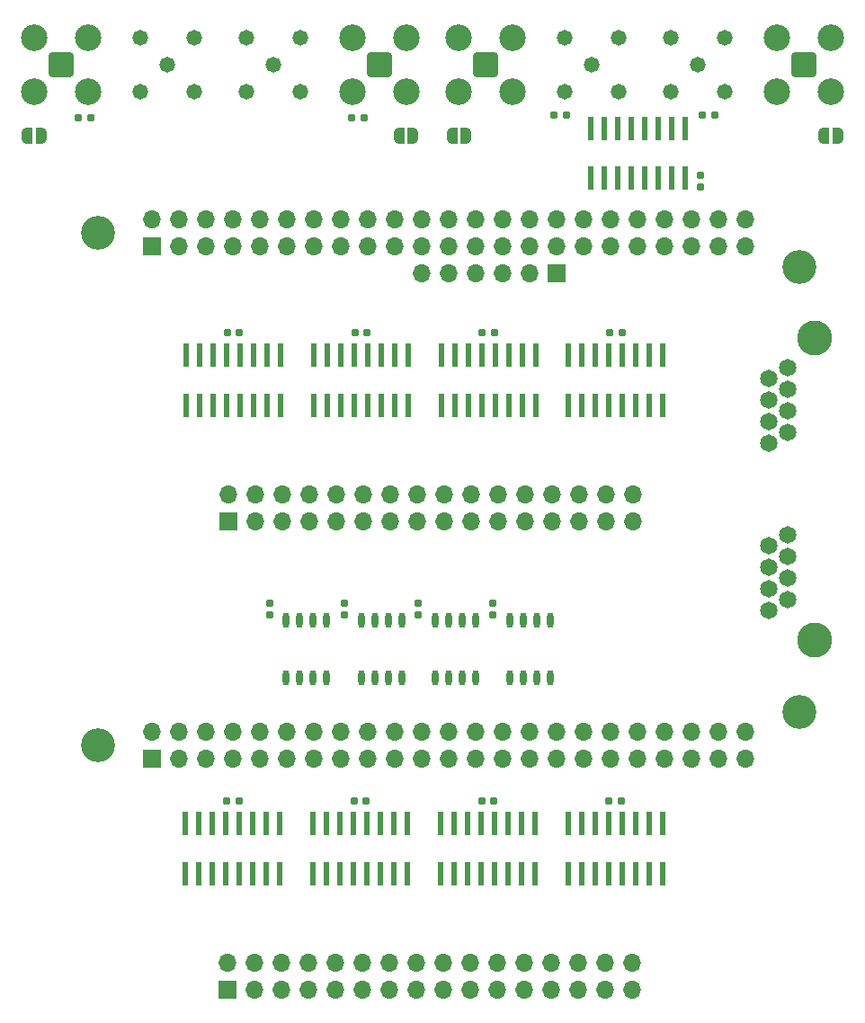
<source format=gbr>
%TF.GenerationSoftware,KiCad,Pcbnew,8.0.5-dirty*%
%TF.CreationDate,2024-10-02T03:35:21-04:00*%
%TF.ProjectId,LVDS_BeagleVFire_Cape,4c564453-5f42-4656-9167-6c6556466972,1*%
%TF.SameCoordinates,Original*%
%TF.FileFunction,Soldermask,Top*%
%TF.FilePolarity,Negative*%
%FSLAX46Y46*%
G04 Gerber Fmt 4.6, Leading zero omitted, Abs format (unit mm)*
G04 Created by KiCad (PCBNEW 8.0.5-dirty) date 2024-10-02 03:35:21*
%MOMM*%
%LPD*%
G01*
G04 APERTURE LIST*
G04 Aperture macros list*
%AMRoundRect*
0 Rectangle with rounded corners*
0 $1 Rounding radius*
0 $2 $3 $4 $5 $6 $7 $8 $9 X,Y pos of 4 corners*
0 Add a 4 corners polygon primitive as box body*
4,1,4,$2,$3,$4,$5,$6,$7,$8,$9,$2,$3,0*
0 Add four circle primitives for the rounded corners*
1,1,$1+$1,$2,$3*
1,1,$1+$1,$4,$5*
1,1,$1+$1,$6,$7*
1,1,$1+$1,$8,$9*
0 Add four rect primitives between the rounded corners*
20,1,$1+$1,$2,$3,$4,$5,0*
20,1,$1+$1,$4,$5,$6,$7,0*
20,1,$1+$1,$6,$7,$8,$9,0*
20,1,$1+$1,$8,$9,$2,$3,0*%
%AMFreePoly0*
4,1,19,0.500000,-0.750000,0.000000,-0.750000,0.000000,-0.744911,-0.071157,-0.744911,-0.207708,-0.704816,-0.327430,-0.627875,-0.420627,-0.520320,-0.479746,-0.390866,-0.500000,-0.250000,-0.500000,0.250000,-0.479746,0.390866,-0.420627,0.520320,-0.327430,0.627875,-0.207708,0.704816,-0.071157,0.744911,0.000000,0.744911,0.000000,0.750000,0.500000,0.750000,0.500000,-0.750000,0.500000,-0.750000,
$1*%
%AMFreePoly1*
4,1,19,0.000000,0.744911,0.071157,0.744911,0.207708,0.704816,0.327430,0.627875,0.420627,0.520320,0.479746,0.390866,0.500000,0.250000,0.500000,-0.250000,0.479746,-0.390866,0.420627,-0.520320,0.327430,-0.627875,0.207708,-0.704816,0.071157,-0.744911,0.000000,-0.744911,0.000000,-0.750000,-0.500000,-0.750000,-0.500000,0.750000,0.000000,0.750000,0.000000,0.744911,0.000000,0.744911,
$1*%
G04 Aperture macros list end*
%ADD10C,2.500000*%
%ADD11RoundRect,0.200100X-0.949900X-0.949900X0.949900X-0.949900X0.949900X0.949900X-0.949900X0.949900X0*%
%ADD12R,1.700000X1.700000*%
%ADD13O,1.700000X1.700000*%
%ADD14RoundRect,0.155000X0.155000X-0.212500X0.155000X0.212500X-0.155000X0.212500X-0.155000X-0.212500X0*%
%ADD15O,0.599999X1.450000*%
%ADD16R,0.558800X2.184400*%
%ADD17RoundRect,0.155000X-0.212500X-0.155000X0.212500X-0.155000X0.212500X0.155000X-0.212500X0.155000X0*%
%ADD18RoundRect,0.160000X0.197500X0.160000X-0.197500X0.160000X-0.197500X-0.160000X0.197500X-0.160000X0*%
%ADD19FreePoly0,0.000000*%
%ADD20FreePoly1,0.000000*%
%ADD21C,3.200000*%
%ADD22RoundRect,0.160000X-0.197500X-0.160000X0.197500X-0.160000X0.197500X0.160000X-0.197500X0.160000X0*%
%ADD23C,1.473200*%
%ADD24RoundRect,0.155000X-0.155000X0.212500X-0.155000X-0.212500X0.155000X-0.212500X0.155000X0.212500X0*%
%ADD25C,1.652000*%
%ADD26C,3.300000*%
%ADD27FreePoly0,180.000000*%
%ADD28FreePoly1,180.000000*%
G04 APERTURE END LIST*
D10*
%TO.C,J9*%
X127790000Y-62540000D03*
X127790000Y-57460000D03*
X122710000Y-62540000D03*
X122710000Y-57460000D03*
D11*
X125250000Y-60000000D03*
%TD*%
D10*
%TO.C,J12*%
X57790000Y-62540000D03*
X57790000Y-57460000D03*
X52710000Y-62540000D03*
X52710000Y-57460000D03*
D11*
X55250000Y-60000000D03*
%TD*%
%TO.C,J11*%
X85250000Y-60000000D03*
D10*
X82710000Y-57460000D03*
X82710000Y-62540000D03*
X87790000Y-57460000D03*
X87790000Y-62540000D03*
%TD*%
%TO.C,J10*%
X97790000Y-62540000D03*
X97790000Y-57460000D03*
X92710000Y-62540000D03*
X92710000Y-57460000D03*
D11*
X95250000Y-60000000D03*
%TD*%
D12*
%TO.C,P2*%
X63830000Y-77145000D03*
D13*
X63830000Y-74605000D03*
X66370000Y-77145000D03*
X66370000Y-74605000D03*
X68910000Y-77145000D03*
X68910000Y-74605000D03*
X71450000Y-77145000D03*
X71450000Y-74605000D03*
X73990000Y-77145000D03*
X73990000Y-74605000D03*
X76530000Y-77145000D03*
X76530000Y-74605000D03*
X79070000Y-77145000D03*
X79070000Y-74605000D03*
X81610000Y-77145000D03*
X81610000Y-74605000D03*
X84150000Y-77145000D03*
X84150000Y-74605000D03*
X86690000Y-77145000D03*
X86690000Y-74605000D03*
X89230000Y-77145000D03*
X89230000Y-74605000D03*
X91770000Y-77145000D03*
X91770000Y-74605000D03*
X94310000Y-77145000D03*
X94310000Y-74605000D03*
X96850000Y-77145000D03*
X96850000Y-74605000D03*
X99390000Y-77145000D03*
X99390000Y-74605000D03*
X101930000Y-77145000D03*
X101930000Y-74605000D03*
X104470000Y-77145000D03*
X104470000Y-74605000D03*
X107010000Y-77145000D03*
X107010000Y-74605000D03*
X109550000Y-77145000D03*
X109550000Y-74605000D03*
X112090000Y-77145000D03*
X112090000Y-74605000D03*
X114630000Y-77145000D03*
X114630000Y-74605000D03*
X117170000Y-77145000D03*
X117170000Y-74605000D03*
X119710000Y-77145000D03*
X119710000Y-74605000D03*
%TD*%
D12*
%TO.C,P1*%
X63830000Y-125405000D03*
D13*
X63830000Y-122865000D03*
X66370000Y-125405000D03*
X66370000Y-122865000D03*
X68910000Y-125405000D03*
X68910000Y-122865000D03*
X71450000Y-125405000D03*
X71450000Y-122865000D03*
X73990000Y-125405000D03*
X73990000Y-122865000D03*
X76530000Y-125405000D03*
X76530000Y-122865000D03*
X79070000Y-125405000D03*
X79070000Y-122865000D03*
X81610000Y-125405000D03*
X81610000Y-122865000D03*
X84150000Y-125405000D03*
X84150000Y-122865000D03*
X86690000Y-125405000D03*
X86690000Y-122865000D03*
X89230000Y-125405000D03*
X89230000Y-122865000D03*
X91770000Y-125405000D03*
X91770000Y-122865000D03*
X94310000Y-125405000D03*
X94310000Y-122865000D03*
X96850000Y-125405000D03*
X96850000Y-122865000D03*
X99390000Y-125405000D03*
X99390000Y-122865000D03*
X101930000Y-125405000D03*
X101930000Y-122865000D03*
X104470000Y-125405000D03*
X104470000Y-122865000D03*
X107010000Y-125405000D03*
X107010000Y-122865000D03*
X109550000Y-125405000D03*
X109550000Y-122865000D03*
X112090000Y-125405000D03*
X112090000Y-122865000D03*
X114630000Y-125405000D03*
X114630000Y-122865000D03*
X117170000Y-125405000D03*
X117170000Y-122865000D03*
X119710000Y-125405000D03*
X119710000Y-122865000D03*
%TD*%
D14*
%TO.C,C12*%
X95929999Y-111867498D03*
X95929999Y-110732498D03*
%TD*%
D15*
%TO.C,U10*%
X83524999Y-117774999D03*
X84794999Y-117774999D03*
X86064999Y-117774999D03*
X87334999Y-117774999D03*
X87334999Y-112325000D03*
X86064999Y-112325000D03*
X84794999Y-112325000D03*
X83524999Y-112325000D03*
%TD*%
D16*
%TO.C,U1*%
X67000000Y-131525600D03*
X68270000Y-131525600D03*
X69540000Y-131525600D03*
X70810000Y-131525600D03*
X72080000Y-131525600D03*
X73350000Y-131525600D03*
X74620000Y-131525600D03*
X75890000Y-131525600D03*
X75890000Y-136250000D03*
X74620000Y-136250000D03*
X73350000Y-136250000D03*
X72080000Y-136250000D03*
X70810000Y-136250000D03*
X69540000Y-136250000D03*
X68270000Y-136250000D03*
X67000000Y-136250000D03*
%TD*%
D17*
%TO.C,C6*%
X84067500Y-85250000D03*
X82932500Y-85250000D03*
%TD*%
D18*
%TO.C,R2*%
X102847500Y-64750000D03*
X101652500Y-64750000D03*
%TD*%
D16*
%TO.C,U6*%
X79055000Y-87387800D03*
X80325000Y-87387800D03*
X81595000Y-87387800D03*
X82865000Y-87387800D03*
X84135000Y-87387800D03*
X85405000Y-87387800D03*
X86675000Y-87387800D03*
X87945000Y-87387800D03*
X87945000Y-92112200D03*
X86675000Y-92112200D03*
X85405000Y-92112200D03*
X84135000Y-92112200D03*
X82865000Y-92112200D03*
X81595000Y-92112200D03*
X80325000Y-92112200D03*
X79055000Y-92112200D03*
%TD*%
D19*
%TO.C,JP1*%
X127100000Y-66750000D03*
D20*
X128400000Y-66750000D03*
%TD*%
D21*
%TO.C,MH3*%
X124790000Y-79050000D03*
%TD*%
D13*
%TO.C,J1*%
X109045000Y-144597800D03*
X109045000Y-147137800D03*
X106505000Y-144597800D03*
X106505000Y-147137800D03*
X103965000Y-144597800D03*
X103965000Y-147137800D03*
X101425000Y-144597800D03*
X101425000Y-147137800D03*
X98885000Y-144597800D03*
X98885000Y-147137800D03*
X96345000Y-144597800D03*
X96345000Y-147137800D03*
X93805000Y-144597800D03*
X93805000Y-147137800D03*
X91265000Y-144597800D03*
X91265000Y-147137800D03*
X88725000Y-144597800D03*
X88725000Y-147137800D03*
X86185000Y-144597800D03*
X86185000Y-147137800D03*
X83645000Y-144597800D03*
X83645000Y-147137800D03*
X81105000Y-144597800D03*
X81105000Y-147137800D03*
X78565000Y-144597800D03*
X78565000Y-147137800D03*
X76025000Y-144597800D03*
X76025000Y-147137800D03*
X73485000Y-144597800D03*
X73485000Y-147137800D03*
X70945000Y-144597800D03*
D12*
X70945000Y-147137800D03*
%TD*%
D14*
%TO.C,C11*%
X88929999Y-111867498D03*
X88929999Y-110732498D03*
%TD*%
D16*
%TO.C,U3*%
X91000000Y-131525600D03*
X92270000Y-131525600D03*
X93540000Y-131525600D03*
X94810000Y-131525600D03*
X96080000Y-131525600D03*
X97350000Y-131525600D03*
X98620000Y-131525600D03*
X99890000Y-131525600D03*
X99890000Y-136250000D03*
X98620000Y-136250000D03*
X97350000Y-136250000D03*
X96080000Y-136250000D03*
X94810000Y-136250000D03*
X93540000Y-136250000D03*
X92270000Y-136250000D03*
X91000000Y-136250000D03*
%TD*%
D15*
%TO.C,U9*%
X76449999Y-117774999D03*
X77719999Y-117774999D03*
X78989999Y-117774999D03*
X80259999Y-117774999D03*
X80259999Y-112325000D03*
X78989999Y-112325000D03*
X77719999Y-112325000D03*
X76449999Y-112325000D03*
%TD*%
D17*
%TO.C,C1*%
X72012500Y-129387800D03*
X70877500Y-129387800D03*
%TD*%
D14*
%TO.C,C10*%
X81929999Y-111867498D03*
X81929999Y-110732498D03*
%TD*%
D16*
%TO.C,U2*%
X79000000Y-131525600D03*
X80270000Y-131525600D03*
X81540000Y-131525600D03*
X82810000Y-131525600D03*
X84080000Y-131525600D03*
X85350000Y-131525600D03*
X86620000Y-131525600D03*
X87890000Y-131525600D03*
X87890000Y-136250000D03*
X86620000Y-136250000D03*
X85350000Y-136250000D03*
X84080000Y-136250000D03*
X82810000Y-136250000D03*
X81540000Y-136250000D03*
X80270000Y-136250000D03*
X79000000Y-136250000D03*
%TD*%
D18*
%TO.C,R4*%
X58097500Y-65000000D03*
X56902500Y-65000000D03*
%TD*%
D16*
%TO.C,U7*%
X91055000Y-87387800D03*
X92325000Y-87387800D03*
X93595000Y-87387800D03*
X94865000Y-87387800D03*
X96135000Y-87387800D03*
X97405000Y-87387800D03*
X98675000Y-87387800D03*
X99945000Y-87387800D03*
X99945000Y-92112200D03*
X98675000Y-92112200D03*
X97405000Y-92112200D03*
X96135000Y-92112200D03*
X94865000Y-92112200D03*
X93595000Y-92112200D03*
X92325000Y-92112200D03*
X91055000Y-92112200D03*
%TD*%
D22*
%TO.C,R1*%
X115652500Y-64750000D03*
X116847500Y-64750000D03*
%TD*%
D17*
%TO.C,C3*%
X96012500Y-129387800D03*
X94877500Y-129387800D03*
%TD*%
D16*
%TO.C,U5*%
X67055000Y-87387800D03*
X68325000Y-87387800D03*
X69595000Y-87387800D03*
X70865000Y-87387800D03*
X72135000Y-87387800D03*
X73405000Y-87387800D03*
X74675000Y-87387800D03*
X75945000Y-87387800D03*
X75945000Y-92112200D03*
X74675000Y-92112200D03*
X73405000Y-92112200D03*
X72135000Y-92112200D03*
X70865000Y-92112200D03*
X69595000Y-92112200D03*
X68325000Y-92112200D03*
X67055000Y-92112200D03*
%TD*%
D17*
%TO.C,C7*%
X96067500Y-85250000D03*
X94932500Y-85250000D03*
%TD*%
D23*
%TO.C,J7*%
X65250000Y-60000000D03*
X62710000Y-57460000D03*
X62710000Y-62540000D03*
X67790000Y-57460000D03*
X67790000Y-62540000D03*
%TD*%
D15*
%TO.C,U12*%
X97524999Y-117774999D03*
X98794999Y-117774999D03*
X100064999Y-117774999D03*
X101334999Y-117774999D03*
X101334999Y-112325000D03*
X100064999Y-112325000D03*
X98794999Y-112325000D03*
X97524999Y-112325000D03*
%TD*%
D23*
%TO.C,J6*%
X75250000Y-60000000D03*
X72710000Y-57460000D03*
X72710000Y-62540000D03*
X77790000Y-57460000D03*
X77790000Y-62540000D03*
%TD*%
D19*
%TO.C,JP2*%
X92100000Y-66750000D03*
D20*
X93400000Y-66750000D03*
%TD*%
D21*
%TO.C,MH4*%
X124790000Y-120960000D03*
%TD*%
D16*
%TO.C,U8*%
X103055000Y-87387800D03*
X104325000Y-87387800D03*
X105595000Y-87387800D03*
X106865000Y-87387800D03*
X108135000Y-87387800D03*
X109405000Y-87387800D03*
X110675000Y-87387800D03*
X111945000Y-87387800D03*
X111945000Y-92112200D03*
X110675000Y-92112200D03*
X109405000Y-92112200D03*
X108135000Y-92112200D03*
X106865000Y-92112200D03*
X105595000Y-92112200D03*
X104325000Y-92112200D03*
X103055000Y-92112200D03*
%TD*%
D17*
%TO.C,C2*%
X84012500Y-129387800D03*
X82877500Y-129387800D03*
%TD*%
%TO.C,C5*%
X72067500Y-85250000D03*
X70932500Y-85250000D03*
%TD*%
D21*
%TO.C,MH1*%
X58750000Y-75875000D03*
%TD*%
D24*
%TO.C,C17*%
X115500000Y-70432500D03*
X115500000Y-71567500D03*
%TD*%
D17*
%TO.C,C4*%
X108012500Y-129387800D03*
X106877500Y-129387800D03*
%TD*%
D23*
%TO.C,J5*%
X107790000Y-62540000D03*
X107790000Y-57460000D03*
X102710000Y-62540000D03*
X102710000Y-57460000D03*
X105250000Y-60000000D03*
%TD*%
D25*
%TO.C,J3*%
X121930000Y-95685000D03*
X123710000Y-94669000D03*
X121930000Y-93653000D03*
X123710000Y-92637000D03*
X121930000Y-91621000D03*
X123710000Y-90605000D03*
X121930000Y-89589000D03*
X123710000Y-88573000D03*
X121930000Y-111435000D03*
X123710000Y-110419000D03*
X121930000Y-109403000D03*
X123710000Y-108387000D03*
X121930000Y-107371000D03*
X123710000Y-106355000D03*
X121930000Y-105339000D03*
X123710000Y-104323000D03*
D26*
X126250000Y-85775000D03*
X126250000Y-114225000D03*
%TD*%
D12*
%TO.C,J8*%
X101930000Y-79685000D03*
D13*
X99390000Y-79685000D03*
X96850000Y-79685000D03*
X94310000Y-79685000D03*
X91770000Y-79685000D03*
X89230000Y-79685000D03*
%TD*%
D23*
%TO.C,J4*%
X115250000Y-60000000D03*
X112710000Y-57460000D03*
X112710000Y-62540000D03*
X117790000Y-57460000D03*
X117790000Y-62540000D03*
%TD*%
D21*
%TO.C,MH2*%
X58750000Y-124135000D03*
%TD*%
D13*
%TO.C,J2*%
X109100000Y-100460000D03*
X109100000Y-103000000D03*
X106560000Y-100460000D03*
X106560000Y-103000000D03*
X104020000Y-100460000D03*
X104020000Y-103000000D03*
X101480000Y-100460000D03*
X101480000Y-103000000D03*
X98940000Y-100460000D03*
X98940000Y-103000000D03*
X96400000Y-100460000D03*
X96400000Y-103000000D03*
X93860000Y-100460000D03*
X93860000Y-103000000D03*
X91320000Y-100460000D03*
X91320000Y-103000000D03*
X88780000Y-100460000D03*
X88780000Y-103000000D03*
X86240000Y-100460000D03*
X86240000Y-103000000D03*
X83700000Y-100460000D03*
X83700000Y-103000000D03*
X81160000Y-100460000D03*
X81160000Y-103000000D03*
X78620000Y-100460000D03*
X78620000Y-103000000D03*
X76080000Y-100460000D03*
X76080000Y-103000000D03*
X73540000Y-100460000D03*
X73540000Y-103000000D03*
X71000000Y-100460000D03*
D12*
X71000000Y-103000000D03*
%TD*%
D16*
%TO.C,U13*%
X114000000Y-66000000D03*
X112730000Y-66000000D03*
X111460000Y-66000000D03*
X110190000Y-66000000D03*
X108920000Y-66000000D03*
X107650000Y-66000000D03*
X106380000Y-66000000D03*
X105110000Y-66000000D03*
X105110000Y-70724400D03*
X106380000Y-70724400D03*
X107650000Y-70724400D03*
X108920000Y-70724400D03*
X110190000Y-70724400D03*
X111460000Y-70724400D03*
X112730000Y-70724400D03*
X114000000Y-70724400D03*
%TD*%
D19*
%TO.C,JP4*%
X52100000Y-66750000D03*
D20*
X53400000Y-66750000D03*
%TD*%
D14*
%TO.C,C9*%
X74929999Y-111867498D03*
X74929999Y-110732498D03*
%TD*%
D16*
%TO.C,U4*%
X103000000Y-131525600D03*
X104270000Y-131525600D03*
X105540000Y-131525600D03*
X106810000Y-131525600D03*
X108080000Y-131525600D03*
X109350000Y-131525600D03*
X110620000Y-131525600D03*
X111890000Y-131525600D03*
X111890000Y-136250000D03*
X110620000Y-136250000D03*
X109350000Y-136250000D03*
X108080000Y-136250000D03*
X106810000Y-136250000D03*
X105540000Y-136250000D03*
X104270000Y-136250000D03*
X103000000Y-136250000D03*
%TD*%
D17*
%TO.C,C8*%
X108067500Y-85250000D03*
X106932500Y-85250000D03*
%TD*%
D15*
%TO.C,U11*%
X90524999Y-117774999D03*
X91794999Y-117774999D03*
X93064999Y-117774999D03*
X94334999Y-117774999D03*
X94334999Y-112325000D03*
X93064999Y-112325000D03*
X91794999Y-112325000D03*
X90524999Y-112325000D03*
%TD*%
D22*
%TO.C,R3*%
X82652500Y-65000000D03*
X83847500Y-65000000D03*
%TD*%
D27*
%TO.C,JP3*%
X88400000Y-66750000D03*
D28*
X87100000Y-66750000D03*
%TD*%
M02*

</source>
